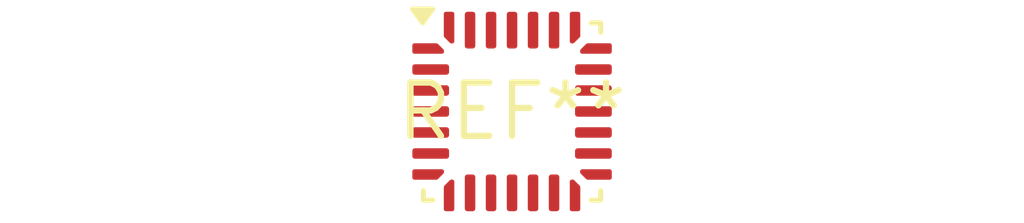
<source format=kicad_pcb>
(kicad_pcb (version 20240108) (generator pcbnew)
  (layers (0 "F.Cu" signal) (31 "B.Cu" signal) (34 "B.Paste" user) (35 "F.Paste" user) (36 "B.SilkS" user "B.Silkscreen") (37 "F.SilkS" user "F.Silkscreen") (38 "B.Mask" user) (39 "F.Mask" user) (44 "Edge.Cuts" user))
  (net 0 "")
  (footprint "QFN-28_4x4mm_P0.5mm" (layer "F.Cu") (at 0 0)
    (property "Reference" "REF**")
    (property "Value" "QFN-28_4x4mm_P0.5mm")
    (fp_line (start -2.11 2.11) (end -2.11 1.885) (layer "F.SilkS") (stroke (width 0.12)))
    (fp_line (start -1.885 2.11) (end -2.11 2.11) (layer "F.SilkS") (stroke (width 0.12)))
    (fp_line (start 1.885 -2.11) (end 2.11 -2.11) (layer "F.SilkS") (stroke (width 0.12)))
    (fp_line (start 1.885 2.11) (end 2.11 2.11) (layer "F.SilkS") (stroke (width 0.12)))
    (fp_line (start 2.11 -2.11) (end 2.11 -1.885) (layer "F.SilkS") (stroke (width 0.12)))
    (fp_line (start 2.11 2.11) (end 2.11 1.885) (layer "F.SilkS") (stroke (width 0.12)))
    (fp_poly (pts (xy -2.13 -2.11) (xy -2.37 -2.44) (xy -1.89 -2.44) (xy -2.13 -2.11)) (layer "F.SilkS") (stroke (width 0.12)) (fill solid))
    (pad "1" smd custom (at -1.9975 -1.5) (size 0.136863 0.136863) (layers "F.Cu" "F.Paste" "F.Mask") (options (clearance outline) (anchor circle)) (primitives (gr_poly (pts (xy -0.3325 -0.08) (xy 0.19886 -0.08) (xy 0.3325 0.05364) (xy 0.3325 0.08) (xy -0.3325 0.08)) (width 0.09) (fill yes))))
    (pad "2" smd roundrect (at -1.9375 -1) (size 0.875 0.25) (layers "F.Cu" "F.Paste" "F.Mask"))
    (pad "3" smd roundrect (at -1.9375 -0.5) (size 0.875 0.25) (layers "F.Cu" "F.Paste" "F.Mask"))
    (pad "4" smd roundrect (at -1.9375 0) (size 0.875 0.25) (layers "F.Cu" "F.Paste" "F.Mask"))
    (pad "5" smd roundrect (at -1.9375 0.5) (size 0.875 0.25) (layers "F.Cu" "F.Paste" "F.Mask"))
    (pad "6" smd roundrect (at -1.9375 1) (size 0.875 0.25) (layers "F.Cu" "F.Paste" "F.Mask"))
    (pad "7" smd custom (at -1.9975 1.5) (size 0.136863 0.136863) (layers "F.Cu" "F.Paste" "F.Mask") (options (clearance outline) (anchor circle)) (primitives (gr_poly (pts (xy -0.3325 -0.08) (xy 0.3325 -0.08) (xy 0.3325 -0.05364) (xy 0.19886 0.08) (xy -0.3325 0.08)) (width 0.09) (fill yes))))
    (pad "8" smd custom (at -1.5 1.9975) (size 0.136863 0.136863) (layers "F.Cu" "F.Paste" "F.Mask") (options (clearance outline) (anchor circle)) (primitives (gr_poly (pts (xy -0.08 -0.19886) (xy 0.05364 -0.3325) (xy 0.08 -0.3325) (xy 0.08 0.3325) (xy -0.08 0.3325)) (width 0.09) (fill yes))))
    (pad "9" smd roundrect (at -1 1.9375) (size 0.25 0.875) (layers "F.Cu" "F.Paste" "F.Mask"))
    (pad "10" smd roundrect (at -0.5 1.9375) (size 0.25 0.875) (layers "F.Cu" "F.Paste" "F.Mask"))
    (pad "11" smd roundrect (at 0 1.9375) (size 0.25 0.875) (layers "F.Cu" "F.Paste" "F.Mask"))
    (pad "12" smd roundrect (at 0.5 1.9375) (size 0.25 0.875) (layers "F.Cu" "F.Paste" "F.Mask"))
    (pad "13" smd roundrect (at 1 1.9375) (size 0.25 0.875) (layers "F.Cu" "F.Paste" "F.Mask"))
    (pad "14" smd custom (at 1.5 1.9975) (size 0.136863 0.136863) (layers "F.Cu" "F.Paste" "F.Mask") (options (clearance outline) (anchor circle)) (primitives (gr_poly (pts (xy -0.08 -0.3325) (xy -0.05364 -0.3325) (xy 0.08 -0.19886) (xy 0.08 0.3325) (xy -0.08 0.3325)) (width 0.09) (fill yes))))
    (pad "15" smd custom (at 1.9975 1.5) (size 0.136863 0.136863) (layers "F.Cu" "F.Paste" "F.Mask") (options (clearance outline) (anchor circle)) (primitives (gr_poly (pts (xy -0.3325 -0.08) (xy 0.3325 -0.08) (xy 0.3325 0.08) (xy -0.19886 0.08) (xy -0.3325 -0.05364)) (width 0.09) (fill yes))))
    (pad "16" smd roundrect (at 1.9375 1) (size 0.875 0.25) (layers "F.Cu" "F.Paste" "F.Mask"))
    (pad "17" smd roundrect (at 1.9375 0.5) (size 0.875 0.25) (layers "F.Cu" "F.Paste" "F.Mask"))
    (pad "18" smd roundrect (at 1.9375 0) (size 0.875 0.25) (layers "F.Cu" "F.Paste" "F.Mask"))
    (pad "19" smd roundrect (at 1.9375 -0.5) (size 0.875 0.25) (layers "F.Cu" "F.Paste" "F.Mask"))
    (pad "20" smd roundrect (at 1.9375 -1) (size 0.875 0.25) (layers "F.Cu" "F.Paste" "F.Mask"))
    (pad "21" smd custom (at 1.9975 -1.5) (size 0.136863 0.136863) (layers "F.Cu" "F.Paste" "F.Mask") (options (clearance outline) (anchor circle)) (primitives (gr_poly (pts (xy -0.3325 0.05364) (xy -0.19886 -0.08) (xy 0.3325 -0.08) (xy 0.3325 0.08) (xy -0.3325 0.08)) (width 0.09) (fill yes))))
    (pad "22" smd custom (at 1.5 -1.9975) (size 0.136863 0.136863) (layers "F.Cu" "F.Paste" "F.Mask") (options (clearance outline) (anchor circle)) (primitives (gr_poly (pts (xy -0.08 -0.3325) (xy 0.08 -0.3325) (xy 0.08 0.19886) (xy -0.05364 0.3325) (xy -0.08 0.3325)) (width 0.09) (fill yes))))
    (pad "23" smd roundrect (at 1 -1.9375) (size 0.25 0.875) (layers "F.Cu" "F.Paste" "F.Mask"))
    (pad "24" smd roundrect (at 0.5 -1.9375) (size 0.25 0.875) (layers "F.Cu" "F.Paste" "F.Mask"))
    (pad "25" smd roundrect (at 0 -1.9375) (size 0.25 0.875) (layers "F.Cu" "F.Paste" "F.Mask"))
    (pad "26" smd roundrect (at -0.5 -1.9375) (size 0.25 0.875) (layers "F.Cu" "F.Paste" "F.Mask"))
    (pad "27" smd roundrect (at -1 -1.9375) (size 0.25 0.875) (layers "F.Cu" "F.Paste" "F.Mask"))
    (pad "28" smd custom (at -1.5 -1.9975) (size 0.136863 0.136863) (layers "F.Cu" "F.Paste" "F.Mask") (options (clearance outline) (anchor circle)) (primitives (gr_poly (pts (xy -0.08 -0.3325) (xy 0.08 -0.3325) (xy 0.08 0.3325) (xy 0.05364 0.3325) (xy -0.08 0.19886)) (width 0.09) (fill yes))))
  )
)
</source>
